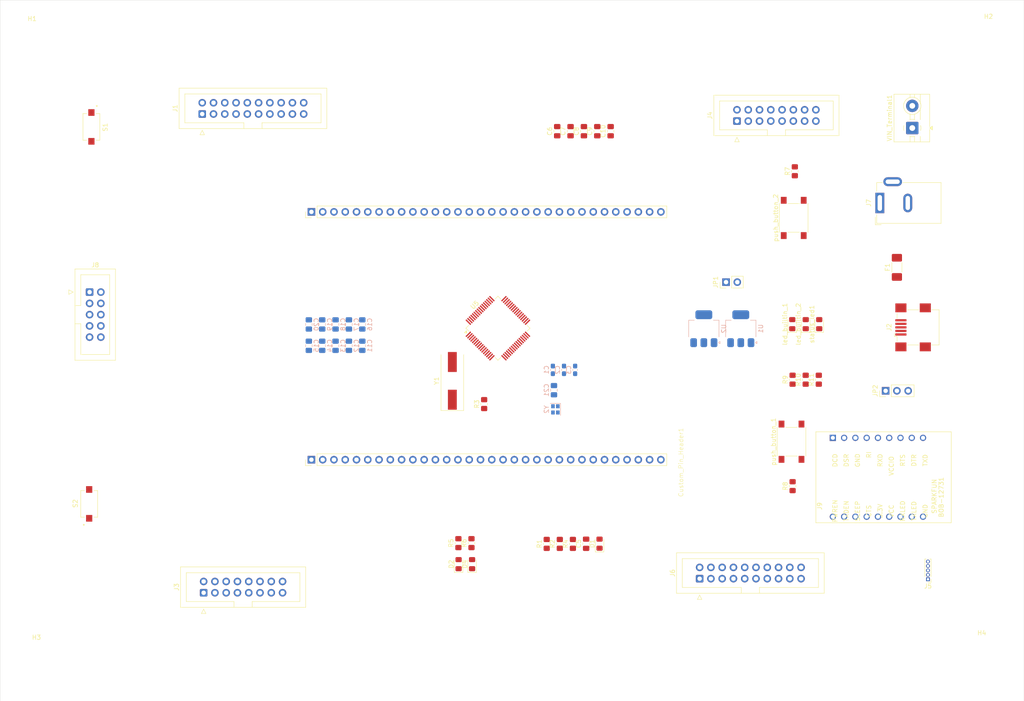
<source format=kicad_pcb>
(kicad_pcb (version 20240108) (generator "pcbnew") (generator_version "8.0")
  (layers (0 "F.Cu" signal) (31 "B.Cu" signal) (34 "B.Paste" user) (35 "F.Paste" user) (36 "B.SilkS" user "B.Silkscreen") (37 "F.SilkS" user "F.Silkscreen") (38 "B.Mask" user) (39 "F.Mask" user) (44 "Edge.Cuts" user))
  (net 0 "")
  (net 1 "Net-(C2-Pad2)")
  (net 2 "OSC32_IN")
  (net 3 "OSC_IN")
  (net 4 "OSC32_OUT")
  (net 5 "GND")
  (net 6 "OSC_OUT")
  (net 7 "NRST")
  (net 8 "Net-(U2-VI)")
  (net 9 "+5V")
  (net 10 "Vin")
  (net 11 "reg_5v")
  (net 12 "LED_1")
  (net 13 "I2C2_A_SDA")
  (net 14 "SPI1_B_MISO")
  (net 15 "SPI1_B_SCK")
  (net 16 "SPI1_A_MISO")
  (net 17 "+3.3V")
  (net 18 "PD6")
  (net 19 "PC3")
  (net 20 "PD9")
  (net 21 "USART2_B_TX")
  (net 22 "SPI1_A_MOSI")
  (net 23 "I2C1_A_SCL")
  (net 24 "SPI1_A_NSS")
  (net 25 "~PB11")
  (net 26 "SPI1_A_SCK")
  (net 27 "I2C2_A_SCL")
  (net 28 "SPI1_B_MOSI")
  (net 29 "USART2_A_RX")
  (net 30 "I2C1_A_SDA")
  (net 31 "USART2_B_RX")
  (net 32 "SPI1_B_NSS")
  (net 33 "USART2_A_TX")
  (net 34 "LED_2")
  (net 35 "USART3_B_RX")
  (net 36 "~PB2")
  (net 37 "~PA0")
  (net 38 "USART3_A_TX_BOOT")
  (net 39 "~PC5")
  (net 40 "PD5")
  (net 41 "I2C2_B_SCL")
  (net 42 "PC8")
  (net 43 "PD2")
  (net 44 "~PB12")
  (net 45 "~PB1")
  (net 46 "PC1")
  (net 47 "SPI2_B_NSS")
  (net 48 "USART3_B_TX")
  (net 49 "~PB0")
  (net 50 "PC9")
  (net 51 "~PC4")
  (net 53 "STATUS_LED")
  (net 54 "I2C2_B_SDA")
  (net 55 "PC7")
  (net 56 "PC6")
  (net 57 "USART3_A_RX_BOOT")
  (net 58 "PUSH_DEF_2")
  (net 59 "SPI2_B_MISO")
  (net 60 "PC0")
  (net 61 "~PA1")
  (net 62 "PA8")
  (net 63 "SPI2_B_MOSI")
  (net 64 "SPI2_B_SCK")
  (net 66 "PC2")
  (net 67 "PUSH_DEF_1")
  (net 68 "SWCLK{slash} BOOT0")
  (net 69 "SWDIO")
  (net 70 "Net-(D2-K)")
  (net 71 "Net-(VIN_Terminal1-Pin_1)")
  (net 75 "USB_5V")
  (net 90 "Net-(led_builtin_1-A)")
  (net 91 "Net-(led_builtin_2-A)")
  (net 92 "Net-(R4-Pad1)")
  (net 93 "Net-(status_led1-A)")
  (footprint "Resistor_SMD:R_0805_2012Metric_Pad1.20x1.40mm_HandSolder" (layer "F.Cu") (at 200.36875 52.59375 90)
    (property "Reference" "R7" (at 0 -1.65 90) (layer "F.SilkS"))
    (property "Value" "10k")
    (pad "1" smd roundrect (at -1 0 90) (size 1.2 1.4) (layers "F.Cu" "F.Paste" "F.Mask") (roundrect_rratio 0.208333) (net 17 "+3.3V"))
    (pad "2" smd roundrect (at 1 0 90) (size 1.2 1.4) (layers "F.Cu" "F.Paste" "F.Mask") (roundrect_rratio 0.208333) (net 58 "PUSH_DEF_2"))
  )
  (footprint "Package_QFP:LQFP-64_10x10mm_P0.5mm" (layer "F.Cu") (at 133.471179 87.984341 45)
    (property "Reference" "U5" (at 0 -7.4 45) (layer "F.SilkS"))
    (property "Value" "STM32G070RBTx")
    (pad "1" smd roundrect (at -5.675 -3.749999 45) (size 1.55 0.3) (layers "F.Cu" "F.Paste" "F.Mask") (net 57 "USART3_A_RX_BOOT"))
    (pad "2" smd roundrect (at -5.675 -3.25 45) (size 1.55 0.3) (layers "F.Cu" "F.Paste" "F.Mask") (net 58 "PUSH_DEF_2"))
    (pad "3" smd roundrect (at -5.675 -2.75 45) (size 1.55 0.3) (layers "F.Cu" "F.Paste" "F.Mask") (net 53 "STATUS_LED"))
    (pad "4" smd roundrect (at -5.675 -2.25 45) (size 1.55 0.3) (layers "F.Cu" "F.Paste" "F.Mask") (net 2 "OSC32_IN"))
    (pad "5" smd roundrect (at -5.675 -1.75 45) (size 1.55 0.3) (layers "F.Cu" "F.Paste" "F.Mask") (net 4 "OSC32_OUT"))
    (pad "6" smd roundrect (at -5.675 -1.249999 45) (size 1.55 0.3) (layers "F.Cu" "F.Paste" "F.Mask") (net 9 "+5V"))
    (pad "7" smd roundrect (at -5.675 -0.75 45) (size 1.55 0.3) (layers "F.Cu" "F.Paste" "F.Mask") (net 5 "GND"))
    (pad "8" smd roundrect (at -5.675 -0.25 45) (size 1.55 0.3) (layers "F.Cu" "F.Paste" "F.Mask") (net 17 "+3.3V"))
    (pad "9" smd roundrect (at -5.675 0.25 45) (size 1.55 0.3) (layers "F.Cu" "F.Paste" "F.Mask") (net 5 "GND"))
    (pad "10" smd roundrect (at -5.675 0.75 45) (size 1.55 0.3) (layers "F.Cu" "F.Paste" "F.Mask") (net 3 "OSC_IN"))
    (pad "11" smd roundrect (at -5.675 1.249999 45) (size 1.55 0.3) (layers "F.Cu" "F.Paste" "F.Mask") (net 6 "OSC_OUT"))
    (pad "12" smd roundrect (at -5.675 1.75 45) (size 1.55 0.3) (layers "F.Cu" "F.Paste" "F.Mask") (net 7 "NRST"))
    (pad "13" smd roundrect (at -5.675 2.25 45) (size 1.55 0.3) (layers "F.Cu" "F.Paste" "F.Mask") (net 60 "PC0"))
    (pad "14" smd roundrect (at -5.675 2.75 45) (size 1.55 0.3) (layers "F.Cu" "F.Paste" "F.Mask") (net 46 "PC1"))
    (pad "15" smd roundrect (at -5.675 3.25 45) (size 1.55 0.3) (layers "F.Cu" "F.Paste" "F.Mask") (net 66 "PC2"))
    (pad "16" smd roundrect (at -5.675 3.749999 45) (size 1.55 0.3) (layers "F.Cu" "F.Paste" "F.Mask") (net 19 "PC3"))
    (pad "17" smd roundrect (at -3.749999 5.675 45) (size 0.3 1.55) (layers "F.Cu" "F.Paste" "F.Mask") (net 37 "~PA0"))
    (pad "18" smd roundrect (at -3.25 5.675 45) (size 0.3 1.55) (layers "F.Cu" "F.Paste" "F.Mask") (net 61 "~PA1"))
    (pad "19" smd roundrect (at -2.75 5.675 45) (size 0.3 1.55) (layers "F.Cu" "F.Paste" "F.Mask") (net 21 "USART2_B_TX"))
    (pad "20" smd roundrect (at -2.25 5.675 45) (size 0.3 1.55) (layers "F.Cu" "F.Paste" "F.Mask") (net 31 "USART2_B_RX"))
    (pad "21" smd roundrect (at -1.75 5.675 45) (size 0.3 1.55) (layers "F.Cu" "F.Paste" "F.Mask") (net 24 "SPI1_A_NSS"))
    (pad "22" smd roundrect (at -1.249999 5.675 45) (size 0.3 1.55) (layers "F.Cu" "F.Paste" "F.Mask") (net 26 "SPI1_A_SCK"))
    (pad "23" smd roundrect (at -0.75 5.675 45) (size 0.3 1.55) (layers "F.Cu" "F.Paste" "F.Mask") (net 22 "SPI1_A_MOSI"))
    (pad "24" smd roundrect (at -0.25 5.675 45) (size 0.3 1.55) (layers "F.Cu" "F.Paste" "F.Mask") (net 16 "SPI1_A_MISO"))
    (pad "25" smd roundrect (at 0.25 5.675 45) (size 0.3 1.55) (layers "F.Cu" "F.Paste" "F.Mask") (net 51 "~PC4"))
    (pad "26" smd roundrect (at 0.75 5.675 45) (size 0.3 1.55) (layers "F.Cu" "F.Paste" "F.Mask") (net 39 "~PC5"))
    (pad "27" smd roundrect (at 1.249999 5.675 45) (size 0.3 1.55) (layers "F.Cu" "F.Paste" "F.Mask") (net 49 "~PB0"))
    (pad "28" smd roundrect (at 1.75 5.675 45) (size 0.3 1.55) (layers "F.Cu" "F.Paste" "F.Mask") (net 45 "~PB1"))
    (pad "29" smd roundrect (at 2.25 5.675 45) (size 0.3 1.55) (layers "F.Cu" "F.Paste" "F.Mask") (net 36 "~PB2"))
    (pad "30" smd roundrect (at 2.75 5.675 45) (size 0.3 1.55) (layers "F.Cu" "F.Paste" "F.Mask") (net 67 "PUSH_DEF_1"))
    (pad "31" smd roundrect (at 3.25 5.675 45) (size 0.3 1.55) (layers "F.Cu" "F.Paste" "F.Mask") (net 25 "~PB11"))
    (pad "32" smd roundrect (at 3.749999 5.675 45) (size 0.3 1.55) (layers "F.Cu" "F.Paste" "F.Mask") (net 44 "~PB12"))
    (pad "33" smd roundrect (at 5.675 3.749999 45) (size 1.55 0.3) (layers "F.Cu" "F.Paste" "F.Mask") (net 41 "I2C2_B_SCL"))
    (pad "34" smd roundrect (at 5.675 3.25 45) (size 1.55 0.3) (layers "F.Cu" "F.Paste" "F.Mask") (net 54 "I2C2_B_SDA"))
    (pad "35" smd roundrect (at 5.675 2.75 45) (size 1.55 0.3) (layers "F.Cu" "F.Paste" "F.Mask") (net 12 "LED_1"))
    (pad "36" smd roundrect (at 5.675 2.25 45) (size 1.55 0.3) (layers "F.Cu" "F.Paste" "F.Mask") (net 62 "PA8"))
    (pad "37" smd roundrect (at 5.675 1.75 45) (size 1.55 0.3) (layers "F.Cu" "F.Paste" "F.Mask") (net 33 "USART2_A_TX"))
    (pad "38" smd roundrect (at 5.675 1.249999 45) (size 1.55 0.3) (layers "F.Cu" "F.Paste" "F.Mask") (net 56 "PC6"))
    (pad "39" smd roundrect (at 5.675 0.75 45) (size 1.55 0.3) (layers "F.Cu" "F.Paste" "F.Mask") (net 55 "PC7"))
    (pad "40" smd roundrect (at 5.675 0.25 45) (size 1.55 0.3) (layers "F.Cu" "F.Paste" "F.Mask") (net 34 "LED_2"))
    (pad "41" smd roundrect (at 5.675 -0.25 45) (size 1.55 0.3) (layers "F.Cu" "F.Paste" "F.Mask") (net 20 "PD9"))
    (pad "42" smd roundrect (at 5.675 -0.75 45) (size 1.55 0.3) (layers "F.Cu" "F.Paste" "F.Mask") (net 29 "USART2_A_RX"))
    (pad "43" smd roundrect (at 5.675 -1.249999 45) (size 1.55 0.3) (layers "F.Cu" "F.Paste" "F.Mask") (net 27 "I2C2_A_SCL"))
    (pad "44" smd roundrect (at 5.675 -1.75 45) (size 1.55 0.3) (layers "F.Cu" "F.Paste" "F.Mask") (net 13 "I2C2_A_SDA"))
    (pad "45" smd roundrect (at 5.675 -2.25 45) (size 1.55 0.3) (layers "F.Cu" "F.Paste" "F.Mask") (net 69 "SWDIO"))
    (pad "46" smd roundrect (at 5.675 -2.75 45) (size 1.55 0.3) (layers "F.Cu" "F.Paste" "F.Mask") (net 68 "SWCLK{slash} BOOT0"))
    (pad "47" smd roundrect (at 5.675 -3.25 45) (size 1.55 0.3) (layers "F.Cu" "F.Paste" "F.Mask") (net 32 "SPI1_B_NSS"))
    (pad "48" smd roundrect (at 5.675 -3.749999 45) (size 1.55 0.3) (layers "F.Cu" "F.Paste" "F.Mask") (net 42 "PC8"))
    (pad "49" smd roundrect (at 3.749999 -5.675 45) (size 0.3 1.55) (layers "F.Cu" "F.Paste" "F.Mask") (net 50 "PC9"))
    (pad "50" smd roundrect (at 3.25 -5.675 45) (size 0.3 1.55) (layers "F.Cu" "F.Paste" "F.Mask") (net 47 "SPI2_B_NSS"))
    (pad "51" smd roundrect (at 2.75 -5.675 45) (size 0.3 1.55) (layers "F.Cu" "F.Paste" "F.Mask") (net 64 "SPI2_B_SCK"))
    (pad "52" smd roundrect (at 2.25 -5.675 45) (size 0.3 1.55) (layers "F.Cu" "F.Paste" "F.Mask") (net 43 "PD2"))
    (pad "53" smd roundrect (at 1.75 -5.675 45) (size 0.3 1.55) (layers "F.Cu" "F.Paste" "F.Mask") (net 59 "SPI2_B_MISO"))
    (pad "54" smd roundrect (at 1.249999 -5.675 45) (size 0.3 1.55) (layers "F.Cu" "F.Paste" "F.Mask") (net 63 "SPI2_B_MOSI"))
    (pad "55" smd roundrect (at 0.75 -5.675 45) (size 0.3 1.55) (layers "F.Cu" "F.Paste" "F.Mask") (net 40 "PD5"))
    (pad "56" smd roundrect (at 0.25 -5.675 45) (size 0.3 1.55) (layers "F.Cu" "F.Paste" "F.Mask") (net 18 "PD6"))
    (pad "57" smd roundrect (at -0.25 -5.675 45) (size 0.3 1.55) (layers "F.Cu" "F.Paste" "F.Mask") (net 15 "SPI1_B_SCK"))
    (pad "58" smd roundrect (at -0.75 -5.675 45) (size 0.3 1.55) (layers "F.Cu" "F.Paste" "F.Mask") (net 28 "SPI1_B_MOSI"))
    (pad "59" smd roundrect (at -1.249999 -5.675 45) (size 0.3 1.55) (layers "F.Cu" "F.Paste" "F.Mask") (net 14 "SPI1_B_MISO"))
    (pad "60" smd roundrect (at -1.75 -5.675 45) (size 0.3 1.55) (layers "F.Cu" "F.Paste" "F.Mask") (net 23 "I2C1_A_SCL"))
    (pad "61" smd roundrect (at -2.25 -5.675 45) (size 0.3 1.55) (layers "F.Cu" "F.Paste" "F.Mask") (net 30 "I2C1_A_SDA"))
    (pad "62" smd roundrect (at -2.75 -5.675 45) (size 0.3 1.55) (layers "F.Cu" "F.Paste" "F.Mask") (net 48 "USART3_B_TX"))
    (pad "63" smd roundrect (at -3.25 -5.675 45) (size 0.3 1.55) (layers "F.Cu" "F.Paste" "F.Mask") (net 35 "USART3_B_RX"))
    (pad "64" smd roundrect (at -3.749999 -5.675 45) (size 0.3 1.55) (layers "F.Cu" "F.Paste" "F.Mask") (net 38 "USART3_A_TX_BOOT"))
  )
  (footprint "LED_SMD:LED_0805_2012Metric_Pad1.15x1.40mm_HandSolder" (layer "F.Cu") (at 202.82875 87.06875 90)
    (property "Reference" "led_builtin_2" (at 0 -1.65 90) (layer "F.SilkS"))
    (property "Value" "LED")
    (pad "1" smd roundrect (at -1.025 0 90) (size 1.15 1.4) (layers "F.Cu" "F.Paste" "F.Mask") (roundrect_rratio 0.217391) (net 5 "GND"))
    (pad "2" smd roundrect (at 1.025 0 90) (size 1.15 1.4) (layers "F.Cu" "F.Paste" "F.Mask") (roundrect_rratio 0.217391) (net 91 "Net-(led_builtin_2-A)"))
  )
  (footprint "Capacitor_SMD:C_0805_2012Metric_Pad1.18x1.45mm_HandSolder" (layer "F.Cu") (at 158.86875 43.55625 90)
    (property "Reference" "C10" (at 0 -1.68 90) (layer "F.SilkS"))
    (property "Value" "1uF")
    (pad "1" smd roundrect (at -1.0375 0 90) (size 1.175 1.45) (layers "F.Cu" "F.Paste" "F.Mask") (roundrect_rratio 0.212766) (net 11 "reg_5v"))
    (pad "2" smd roundrect (at 1.0375 0 90) (size 1.175 1.45) (layers "F.Cu" "F.Paste" "F.Mask") (roundrect_rratio 0.212766) (net 5 "GND"))
  )
  (footprint "MountingHole:MountingHole_5.3mm_M5" (layer "F.Cu") (at 244 24)
    (property "Reference" "H2" (at 0 -6.3 0) (layer "F.SilkS"))
    (property "Value" "MountingHole")
    (pad "" np_thru_hole circle (at 0 0) (size 5.3 5.3) (drill 5.3) (layers "*.Cu" "*.Mask"))
  )
  (footprint "Capacitor_SMD:C_0805_2012Metric_Pad1.18x1.45mm_HandSolder" (layer "F.Cu") (at 153.34375 136.58375 90)
    (property "Reference" "C5" (at 0 -1.68 90) (layer "F.SilkS"))
    (property "Value" "0.01u")
    (pad "1" smd roundrect (at -1.0375 0 90) (size 1.175 1.45) (layers "F.Cu" "F.Paste" "F.Mask") (roundrect_rratio 0.212766) (net 7 "NRST"))
    (pad "2" smd roundrect (at 1.0375 0 90) (size 1.175 1.45) (layers "F.Cu" "F.Paste" "F.Mask") (roundrect_rratio 0.212766) (net 5 "GND"))
  )
  (footprint "Connector_IDC:IDC-Header_2x08_P2.54mm_Vertical" (layer "F.Cu") (at 67.16125 147.63375 90)
    (property "Reference" "J3" (at 1.27 -6.1 90) (layer "F.SilkS"))
    (property "Value" "Conn_02x08_Odd_Even")
    (pad "1" thru_hole roundrect (at 0 0 90) (size 1.7 1.7) (drill 1) (layers "*.Cu" "*.Mask") (roundrect_rratio 0.147059) (net 9 "+5V"))
    (pad "2" thru_hole circle (at 2.54 0 90) (size 1.7 1.7) (drill 1) (layers "*.Cu" "*.Mask") (net 15 "SPI1_B_SCK"))
    (pad "3" thru_hole circle (at 0 2.54 90) (size 1.7 1.7) (drill 1) (layers "*.Cu" "*.Mask") (net 9 "+5V"))
    (pad "4" thru_hole circle (at 2.54 2.54 90) (size 1.7 1.7) (drill 1) (layers "*.Cu" "*.Mask") (net 28 "SPI1_B_MOSI"))
    (pad "5" thru_hole circle (at 0 5.08 90) (size 1.7 1.7) (drill 1) (layers "*.Cu" "*.Mask") (net 45 "~PB1"))
    (pad "6" thru_hole circle (at 2.54 5.08 90) (size 1.7 1.7) (drill 1) (layers "*.Cu" "*.Mask") (net 14 "SPI1_B_MISO"))
    (pad "7" thru_hole circle (at 0 7.62 90) (size 1.7 1.7) (drill 1) (layers "*.Cu" "*.Mask") (net 49 "~PB0"))
    (pad "8" thru_hole circle (at 2.54 7.62 90) (size 1.7 1.7) (drill 1) (layers "*.Cu" "*.Mask") (net 32 "SPI1_B_NSS"))
    (pad "9" thru_hole circle (at 0 10.16 90) (size 1.7 1.7) (drill 1) (layers "*.Cu" "*.Mask") (net 56 "PC6"))
    (pad "10" thru_hole circle (at 2.54 10.16 90) (size 1.7 1.7) (drill 1) (layers "*.Cu" "*.Mask") (net 33 "USART2_A_TX"))
    (pad "11" thru_hole circle (at 0 12.7 90) (size 1.7 1.7) (drill 1) (layers "*.Cu" "*.Mask") (net 55 "PC7"))
    (pad "12" thru_hole circle (at 2.54 12.7 90) (size 1.7 1.7) (drill 1) (layers "*.Cu" "*.Mask") (net 29 "USART2_A_RX"))
    (pad "13" thru_hole circle (at 0 15.24 90) (size 1.7 1.7) (drill 1) (layers "*.Cu" "*.Mask") (net 5 "GND"))
    (pad "14" thru_hole circle (at 2.54 15.24 90) (size 1.7 1.7) (drill 1) (layers "*.Cu" "*.Mask") (net 27 "I2C2_A_SCL"))
    (pad "15" thru_hole circle (at 0 17.78 90) (size 1.7 1.7) (drill 1) (layers "*.Cu" "*.Mask") (net 5 "GND"))
    (pad "16" thru_hole circle (at 2.54 17.78 90) (size 1.7 1.7) (drill 1) (layers "*.Cu" "*.Mask") (net 13 "I2C2_A_SDA"))
  )
  (footprint "TerminalBlock:TerminalBlock_MaiXu_MX126-5.0-02P_1x02_P5.00mm" (layer "F.Cu") (at 226.83625 42.84375 90)
    (property "Reference" "VIN_Terminal1" (at 2.25 -5.12 90) (layer "F.SilkS"))
    (property "Value" "Screw_Terminal_01x02")
    (pad "1" thru_hole roundrect (at 0 0 90) (size 2.8 2.8) (drill 1.3) (layers "*.Cu" "*.Mask") (roundrect_rratio 0.089286) (net 71 "Net-(VIN_Terminal1-Pin_1)"))
    (pad "2" thru_hole circle (at 5 0 90) (size 2.8 2.8) (drill 1.3) (layers "*.Cu" "*.Mask") (net 5 "GND"))
  )
  (footprint "Resistor_SMD:R_0805_2012Metric_Pad1.20x1.40mm_HandSolder" (layer "F.Cu") (at 150.36375 136.61375 90)
    (property "Reference" "R4" (at 0 -1.65 90) (layer "F.SilkS"))
    (property "Value" "10k")
    (pad "1" smd roundrect (at -1 0 90) (size 1.2 1.4) (layers "F.Cu" "F.Paste" "F.Mask") (roundrect_rratio 0.208333) (net 92 "Net-(R4-Pad1)"))
    (pad "2" smd roundrect (at 1 0 90) (size 1.2 1.4) (layers "F.Cu" "F.Paste" "F.Mask") (roundrect_rratio 0.208333) (net 17 "+3.3V"))
  )
  (footprint "Resistor_SMD:R_0805_2012Metric_Pad1.20x1.40mm_HandSolder" (layer "F.Cu") (at 199.86875 99.59375 90)
    (property "Reference" "R9" (at 0 -1.65 90) (layer "F.SilkS"))
    (property "Value" "1k")
    (pad "1" smd roundrect (at -1 0 90) (size 1.2 1.4) (layers "F.Cu" "F.Paste" "F.Mask") (roundrect_rratio 0.208333) (net 12 "LED_1"))
    (pad "2" smd roundrect (at 1 0 90) (size 1.2 1.4) (layers "F.Cu" "F.Paste" "F.Mask") (roundrect_rratio 0.208333) (net 91 "Net-(led_builtin_2-A)"))
  )
  (footprint "TS10-63-26-BE-250-SMT-TR:SW_TS10-63-26-BE-250-SMT-TR" (layer "F.Cu") (at 41.36875 127.59375 90)
    (property "Reference" "S2" (at 0.075 -3.115 90) (layer "F.SilkS"))
    (property "Value" "TS10-63-26-BE-250-SMT-TR")
    (pad "1" smd rect (at -3.25 0 90) (size 1.5 1.4) (layers "F.Cu" "F.Paste" "F.Mask") (net 5 "GND"))
    (pad "2" smd rect (at 3.25 0 90) (size 1.5 1.4) (layers "F.Cu" "F.Paste" "F.Mask") (net 7 "NRST"))
  )
  (footprint "Resistor_SMD:R_0805_2012Metric_Pad1.20x1.40mm_HandSolder" (layer "F.Cu") (at 130.36875 105.09375 90)
    (property "Reference" "R3" (at 0 -1.65 90) (layer "F.SilkS"))
    (property "Value" "1K")
    (pad "1" smd roundrect (at -1 0 90) (size 1.2 1.4) (layers "F.Cu" "F.Paste" "F.Mask") (roundrect_rratio 0.208333) (net 6 "OSC_OUT"))
    (pad "2" smd roundrect (at 1 0 90) (size 1.2 1.4) (layers "F.Cu" "F.Paste" "F.Mask") (roundrect_rratio 0.208333) (net 1 "Net-(C2-Pad2)"))
  )
  (footprint "Capacitor_SMD:C_0805_2012Metric_Pad1.18x1.45mm_HandSolder" (layer "F.Cu") (at 146.82875 43.55625 90)
    (property "Reference" "C6" (at 0 -1.68 90) (layer "F.SilkS"))
    (property "Value" "10uF, 25V")
    (pad "1" smd roundrect (at -1.0375 0 90) (size 1.175 1.45) (layers "F.Cu" "F.Paste" "F.Mask") (roundrect_rratio 0.212766) (net 8 "Net-(U2-VI)"))
    (pad "2" smd roundrect (at 1.0375 0 90) (size 1.175 1.45) (layers "F.Cu" "F.Paste" "F.Mask") (roundrect_rratio 0.212766) (net 5 "GND"))
  )
  (footprint "Capacitor_SMD:C_0805_2012Metric_Pad1.18x1.45mm_HandSolder" (layer "F.Cu") (at 155.85875 43.55625 90)
    (property "Reference" "C9" (at 0 -1.68 90) (layer "F.SilkS"))
    (property "Value" "10uF, 25V")
    (pad "1" smd roundrect (at -1.0375 0 90) (size 1.175 1.45) (layers "F.Cu" "F.Paste" "F.Mask") (roundrect_rratio 0.212766) (net 10 "Vin"))
    (pad "2" smd roundrect (at 1.0375 0 90) (size 1.175 1.45) (layers "F.Cu" "F.Paste" "F.Mask") (roundrect_rratio 0.212766) (net 5 "GND"))
  )
  (footprint "LED_SMD:LED_0805_2012Metric_Pad1.15x1.40mm_HandSolder" (layer "F.Cu") (at 199.78875 87.06875 90)
    (property "Reference" "led_builtin_1" (at 0 -1.65 90) (layer "F.SilkS"))
    (property "Value" "LED")
    (pad "1" smd roundrect (at -1.025 0 90) (size 1.15 1.4) (layers "F.Cu" "F.Paste" "F.Mask") (roundrect_rratio 0.217391) (net 5 "GND"))
    (pad "2" smd roundrect (at 1.025 0 90) (size 1.15 1.4) (layers "F.Cu" "F.Paste" "F.Mask") (roundrect_rratio 0.217391) (net 90 "Net-(led_builtin_1-A)"))
  )
  (footprint "Capacitor_SMD:C_0805_2012Metric_Pad1.18x1.45mm_HandSolder" (layer "F.Cu") (at 149.83875 43.55625 90)
    (property "Reference" "C7" (at 0 -1.68 90) (layer "F.SilkS"))
    (property "Value" "1uF")
    (pad "1" smd roundrect (at -1.0375 0 90) (size 1.175 1.45) (layers "F.Cu" "F.Paste" "F.Mask") (roundrect_rratio 0.212766) (net 8 "Net-(U2-VI)"))
    (pad "2" smd roundrect (at 1.0375 0 90) (size 1.175 1.45) (layers "F.Cu" "F.Paste" "F.Mask") (roundrect_rratio 0.212766) (net 5 "GND"))
  )
  (footprint "Connector_IDC:IDC-Header_2x10_P2.54mm_Vertical" (layer "F.Cu") (at 178.92125 144.45875 90)
    (property "Reference" "J6" (at 1.27 -6.1 90) (layer "F.SilkS"))
    (property "Value" "Conn_02x10_Odd_Even")
    (pad "1" thru_hole roundrect (at 0 0 90) (size 1.7 1.7) (drill 1) (layers "*.Cu" "*.Mask") (roundrect_rratio 0.147059) (net 9 "+5V"))
    (pad "2" thru_hole circle (at 2.54 0 90) (size 1.7 1.7) (drill 1) (layers "*.Cu" "*.Mask") (net 26 "SPI1_A_SCK"))
    (pad "3" thru_hole circle (at 0 2.54 90) (size 1.7 1.7) (drill 1) (layers "*.Cu" "*.Mask") (net 5 "GND"))
    (pad "4" thru_hole circle (at 2.54 2.54 90) (size 1.7 1.7) (drill 1) (layers "*.Cu" "*.Mask") (net 22 "SPI1_A_MOSI"))
    (pad "5" thru_hole circle (at 0 5.08 90) (size 1.7 1.7) (drill 1) (layers "*.Cu" "*.Mask") (net 51 "~PC4"))
    (pad "6" thru_hole circle (at 2.54 5.08 90) (size 1.7 1.7) (drill 1) (layers "*.Cu" "*.Mask") (net 16 "SPI1_A_MISO"))
    (pad "7" thru_hole circle (at 0 7.62 90) (size 1.7 1.7) (drill 1) (layers "*.Cu" "*.Mask") (net 39 "~PC5"))
    (pad "8" thru_hole circle (at 2.54 7.62 90) (size 1.7 1.7) (drill 1) (layers "*.Cu" "*.Mask") (net 24 "SPI1_A_NSS"))
    (pad "9" thru_hole circle (at 0 10.16 90) (size 1.7 1.7) (drill 1) (layers "*.Cu" "*.Mask") (net 60 "PC0"))
    (pad "10" thru_hole circle (at 2.54 10.16 90) (size 1.7 1.7) (drill 1) (layers "*.Cu" "*.Mask") (net 21 "USART2_B_TX"))
    (pad "11" thru_hole circle (at 0 12.7 90) (size 1.7 1.7) (drill 1) (layers "*.Cu" "*.Mask") (net 46 "PC1"))
    (pad "12" thru_hole circle (at 2.54 12.7 90) (size 1.7 1.7) (drill 1) (layers "*.Cu" "*.Mask") (net 31 "USART2_B_RX"))
    (pad "13" thru_hole circle (at 0 15.24 90) (size 1.7 1.7) (drill 1) (layers "*.Cu" "*.Mask") (net 17 "+3.3V"))
    (pad "14" thru_hole circle (at 2.54 15.24 90) (size 1.7 1.7) (drill 1) (layers "*.Cu" "*.Mask") (net 41 "I2C2_B_SCL"))
    (pad "15" thru_hole circle (at 0 17.78 90) (size 1.7 1.7) (drill 1) (layers "*.Cu" "*.Mask") (net 17 "+3.3V"))
    (pad "16" thru_hole circle (at 2.54 17.78 90) (size 1.7 1.7) (drill 1) (layers "*.Cu" "*.Mask") (net 54 "I2C2_B_SDA"))
    (pad "17" thru_hole circle (at 0 20.32 90) (size 1.7 1.7) (drill 1) (layers "*.Cu" "*.Mask") (net 5 "GND"))
    (pad "18" thru_hole circle (at 2.54 20.32 90) (size 1.7 1.7) (drill 1) (layers "*.Cu" "*.Mask") (net 10 "Vin"))
    (pad "19" thru_hole circle (at 0 22.86 90) (size 1.7 1.7) (drill 1) (layers "*.Cu" "*.Mask") (net 5 "GND"))
    (pad "20" thru_hole circle (at 2.54 22.86 90) (size 1.7 1.7) (drill 1) (layers "*.Cu" "*.Mask") (net 5 "GND"))
  )
  (footprint "Resistor_SMD:R_0805_2012Metric_Pad1.20x1.40mm_HandSolder" (layer "F.Cu") (at 127.51375 136.44375 90)
    (property "Reference" "R6" (at 0 -1.65 90) (layer "F.SilkS"))
    (property "Value" "0")
    (pad "1" smd roundrect (at -1 0 90) (size 1.2 1.4) (layers "F.Cu" "F.Paste" "F.Mask") (roundrect_rratio 0.208333) (net 8 "Net-(U2-VI)"))
    (pad "2" smd roundrect (at 1 0 90) (size 1.2 1.4) (layers "F.Cu" "F.Paste" "F.Mask") (roundrect_rratio 0.208333) (net 17 "+3.3V"))
  )
  (footprint "Resistor_SMD:R_0805_2012Metric_Pad1.20x1.40mm_HandSolder" (layer "F.Cu") (at 202.81875 99.59375 90)
    (property "Reference" "R10" (at 0 -1.65 90) (layer "F.SilkS"))
    (property "Value" "1k")
    (pad "1" smd roundrect (at -1 0 90) (size 1.2 1.4) (layers "F.Cu" "F.Paste" "F.Mask") (roundrect_rratio 0.208333) (net 34 "LED_2"))
    (pad "2" smd roundrect (at 1 0 90) (size 1.2 1.4) (layers "F.Cu" "F.Paste" "F.Mask") (roundrect_rratio 0.208333) (net 90 "Net-(led_builtin_1-A)"))
  )
  (footprint "LED_SMD:LED_0805_2012Metric_Pad1.15x1.40mm_HandSolder" (layer "F.Cu") (at 205.86875 87.06875 90)
    (property "Reference" "status_led1" (at 0 -1.65 90) (layer "F.SilkS"))
    (property "Value" "LED")
    (pad "1" smd roundrect (at -1.025 0 90) (size 1.15 1.4) (layers "F.Cu" "F.Paste" "F.Mask") (roundrect_rratio 0.217391) (net 5 "GND"))
    (pad "2" smd roundrect (at 1.025 0 90) (size 1.15 1.4) (layers "F.Cu" "F.Paste" "F.Mask") (roundrect_rratio 0.217391) (net 93 "Net-(status_led1-A)"))
  )
  (footprint "Connector_IDC:IDC-Header_2x05_P2.54mm_Vertical" (layer "F.Cu") (at 41.46 79.84)
    (property "Reference" "J8" (at 1.27 -6.1 0) (layer "F.SilkS"))
    (property "Value" "Conn_02x05_Odd_Even")
    (pad "1" thru_hole roundrect (at 0 0) (size 1.7 1.7) (drill 1) (layers "*.Cu" "*.Mask") (roundrect_rratio 0.147059) (net 7 "NRST"))
    (pad "2" thru_hole circle (at 2.54 0) (size 1.7 1.7) (drill 1) (layers "*.Cu" "*.Mask") (net 69 "SWDIO"))
    (pad "3" thru_hole circle (at 0 2.54) (size 1.7 1.7) (drill 1) (layers "*.Cu" "*.Mask") (net 5 "GND"))
    (pad "4" thru_hole circle (at 2.54 2.54) (size 1.7 1.7) (drill 1) (layers "*.Cu" "*.Mask") (net 5 "GND"))
    (pad "5" thru_hole circle (at 0 5.08) (size 1.7 1.7) (drill 1) (layers "*.Cu" "*.Mask"))
    (pad "6" thru_hole circle (at 2.54 5.08) (size 1.7 1.7) (drill 1) (layers "*.Cu" "*.Mask") (net 68 "SWCLK{slash} BOOT0"))
    (pad "7" thru_hole circle (at 0 7.62) (size 1.7 1.7) (drill 1) (layers "*.Cu" "*.Mask") (net 17 "+3.3V"))
    (pad "8" thru_hole circle (at 2.54 7.62) (size 1.7 1.7) (drill 1) (layers "*.Cu" "*.Mask") (net 17 "+3.3V"))
    (pad "9" thru_hole circle (at 0 10.16) (size 1.7 1.7) (drill 1) (layers "*.Cu" "*.Mask") (net 11 "reg_5v"))
    (pad "10" thru_hole circle (at 2.54 10.16) (size 1.7 1.7) (drill 1) (layers "*.Cu" "*.Mask") (net 11 "reg_5v"))
  )
  (footprint "Resistor_SMD:R_0805_2012Metric_Pad1.20x1.40mm_HandSolder" (layer "F.Cu") (at 205.76875 99.59375 90)
    (property "Reference" "R11" (at 0 -1.65 90) (layer "F.SilkS"))
    (property "Value" "1k")
    (pad "1" smd roundrect (at -1 0 90) (size 1.2 1.4) (layers "F.Cu" "F.Paste" "F.Mask") (roundrect_rratio 0.208333) (net 53 "STATUS_LED"))
    (pad "2" smd roundrect (at 1 0 90) (size 1.2 1.4) (layers "F.Cu" "F.Paste" "F.Mask") (roundrect_rratio 0.208333) (net 93 "Net-(status_led1-A)"))
  )
  (footprint "Button_Switch_SMD:SW_SPST_PTS645" (layer "F.Cu") (at 200.11875 63.11375 90)
    (property "Reference" "push_button_2" (at 0 -4.05 90) (layer "F.SilkS"))
    (property "Value" "SW_Push")
    (pad "1" smd rect (at -3.98 -2.25 90) (size 1.55 1.3) (layers "F.Cu" "F.Paste" "F.Mask") (net 58 "PUSH_DEF_2"))
    (pad "1" smd rect (at 3.98 -2.25 90) (size 1.55 1.3) (layers "F.Cu" "F.Paste" "F.Mask") (net 58 "PUSH_DEF_2"))
    (pad "2" smd rect (at -3.98 2.25 90) (size 1.55 1.3) (layers "F.Cu" "F.Paste" "F.Mask") (net 5 "GND"))
    (pad "2" smd rect (at 3.98 2.25 90) (size 1.55 1.3) (layers "F.Cu" "F.Paste" "F.Mask") (net 5 "GND"))
  )
  (footprint "64_pins_header:64_pin_header" (layer "F.Cu") (at 131.052 89.2108 90)
    (property "Reference" "Custom_Pin_Header1" (at -29.0288 43.6564 90) (layer "F.SilkS") (effects (font (thickness 0.1))))
    (property "Value" "~")
    (pad "1" thru_hole rect (at -28.4192 -39.607 90) (size 1.7 1.7) (drill 1) (layers "*.Cu" "*.Mask") (net 57 "USART3_A_RX_BOOT"))
    (pad "2" thru_hole oval (at -28.4192 -37.067 90) (size 1.7 1.7) (drill 1) (layers "*.Cu" "*.Mask") (net 58 "PUSH_DEF_2"))
    (pad "3" thru_hole oval (at -28.4192 -34.527 90) (size 1.7 1.7) (drill 1) (layers "*.Cu" "*.Mask") (net 53 "STATUS_LED"))
    (pad "4" thru_hole oval (at -28.4192 -31.987 90) (size 1.7 1.7) (drill 1) (layers "*.Cu" "*.Mask") (net 2 "OSC32_IN"))
    (pad "5" thru_hole oval (at -28.4192 -29.447 90) (size 1.7 1.7) (drill 1) (layers "*.Cu" "*.Mask") (net 4 "OSC32_OUT"))
    (pad "6" thru_hole oval (at -28.4192 -26.907 90) (size 1.7 1.7) (drill 1) (layers "*.Cu" "*.Mask") (net 9 "+5V"))
    (pad "7" thru_hole oval (at -28.4192 -24.367 90) (size 1.7 1.7) (drill 1) (layers "*.Cu" "*.Mask") (net 5 "GND"))
    (pad "8" thru_hole oval (at -28.4192 -21.827 90) (size 1.7 1.7) (drill 1) (layers "*.Cu" "*.Mask") (net 17 "+3.3V"))
    (pad "9" thru_hole oval (at -28.4192 -19.287 90) (size 1.7 1.7) (drill 1) (layers "*.Cu" "*.Mask") (net 5 "GND"))
    (pad "10" thru_hole oval (at -28.4192 -16.747 90) (size 1.7 1.7) (drill 1) (layers "*.Cu" "*.Mask"))
    (pad "11" thru_hole oval (at -28.4192 -14.207 90) (size 1.7 1.7) (drill 1) (layers "*.Cu" "*.Mask"))
    (pad "12" thru_hole oval (at -28.4192 -11.667 90) (size 1.7 1.7) (drill 1) (layers "*.Cu" "*.Mask") (net 7 "NRST"))
    (pad "13" thru_hole oval (at -28.4192 -9.127 90) (size 1.7 1.7) (drill 1) (layers "*.Cu" "*.Mask") (net 60 "PC0"))
    (pad "14" thru_hole oval (at -28.4192 -6.587 90) (size 1.7 1.7) (drill 1) (layers "*.Cu" "*.Mask") (net 46 "PC1"))
    (pad "15" thru_hole oval (at -28.4192 -4.047 90) (size 1.7 1.7) (drill 1) (layers "*.Cu" "*.Mask") (net 66 "PC2"))
    (pad "16" thru_hole oval (at -28.4192 -1.507 90) (size 1.7 1.7) (drill 1) (layers "*.Cu" "*.Mask") (net 19 "PC3"))
    (pad "17" thru_hole oval (at -28.4192 1.033 90) (size 1.7 1.7) (drill 1) (layers "*.Cu" "*.Mask") (net 37 "~PA0"))
    (pad "18" thru_hole oval (at -28.4192 3.573 90) (size 1.7 1.7) (drill 1) (layers "*.Cu" "*.Mask") (net 61 "~PA1"))
    (pad "19" thru_hole oval (at -28.4192 6.113 90) (size 1.7 1.7) (drill 1) (layers "*.Cu" "*.Mask") (net 21 "USART2_B_TX"))
    (pad "20" thru_hole oval (at -28.4192 8.653 90) (size 1.7 1.7) (drill 1) (layers "*.Cu" "*.Mask") (net 31 "USART2_B_RX"))
    (pad "21" thru_hole oval (at -28.4192 11.193 90) (size 1.7 1.7) (drill 1) (layers "*.Cu" "*.Mask") (net 24 "SPI1_A_NSS"))
    (pad "22" thru_hole oval (at -28.4192 13.733 90) (size 1.7 1.7) (drill 1) (layers "*.Cu" "*.Mask") (net 26 "SPI1_A_SCK"))
    (pad "23" thru_hole oval (at -28.4192 16.273 90) (size 1.7 1.7) (drill 1) (layers "*.Cu" "*.Mask") (net 22 "SPI1_A_MOSI"))
    (pad "24" thru_hole oval (at -28.4192 18.813 90) (size 1.7 1.7) (drill 1) (layers "*.Cu" "*.Mask") (net 16 "SPI1_A_MISO"))
    (pad "25" thru_hole oval (at -28.4192 21.353 90) (size 1.7 1.7) (drill 1) (layers "*.Cu" "*.Mask") (net 51 "~PC4"))
    (pad "26" thru_hole oval (at -28.4192 23.893 90) (size 1.7 1.7) (drill 1) (layers "*.Cu" "*.Mask") (net 39 "~PC5"))
    (pad "27" thru_hole oval (at -28.4192 26.433 90) (size 1.7 1.7) (drill 1) (layers "*.Cu" "*.Mask") (net 49 "~PB0"))
    (pad "28" thru_hole oval (at -28.4192 28.973 90) (size 1.7 1.7) (drill 1) (layers "*.Cu" "*.Mask") (net 45 "~PB1"))
    (pad "29" thru_hole oval (at -28.4192 31.513 90) (size 1.7 1.7) (drill 1) (layers "*.Cu" "*.Mask") (net 36 "~PB2"))
    (pad "30" thru_hole oval (at -28.4192 34.053 90) (size 1.7 1.7) (drill 1) (layers "*.Cu" "*.Mask") (net 67 "PUSH_DEF_1"))
    (pad "31" thru_hole oval (at -28.4192 36.593 90) (size 1.7 1.7) (drill 1) (layers "*.Cu" "*.Mask") (net 25 "~PB11"))
    (pad "32" thru_hole oval (at -28.4192 39.133 90) (size 1.7 1.7) (drill 1) (layers "*.Cu" "*.Mask") (net 44 "~PB12"))
    (pad "33" thru_hole oval (at 27.4608 39.138 90) (size 1.7 1.7) (drill 1) (layers "*.Cu" "*.Mask") (net 41 "I2C2_B_SCL"))
    (pad "34" thru_hole oval (at 27.4608 36.598 90) (size 1.7 1.7) (drill 1) (layers "*.Cu" "*.Mask") (net 54 "I2C2_B_SDA"))
    (pad "35" thru_hole oval (at 27.4608 34.058 90) (size 1.7 1.7) (drill 1) (layers "*.Cu" "*.Mask") (net 12 "LED_1"))
    (pad "36" thru_hole oval (at 27.4608 31.518 90) (size 1.7 1.7) (drill 1) (layers "*.Cu" "*.Mask") (net 62 "PA8"))
    (pad "37" thru_hole oval (at 27.4608 28.978 90) (size 1.7 1.7) (drill 1) (layers "*.Cu" "*.Mask") (net 33 "USART2_A_TX"))
    (pad "38" thru_hole oval (at 27.4608 26.438 90) (size 1.7 1.7) (drill 1) (layers "*.Cu" "*.Mask") (net 55 "PC7"))
    (pad "39" thru_hole oval (at 27.4608 23.898 90) (size 1.7 1.7) (drill 1) (layers "*.Cu" "*.Mask") (net 56 "PC6"))
    (pad "40" thru_hole oval (at 27.4608 21.358 90) (size 1.7 1.7) (drill 1) (layers "*.Cu" "*.Mask") (net 34 "LED_2"))
    (pad "41" thru_hole oval (at 27.4608 18.818 90) (size 1.7 1.7) (drill 1) (layers "*.Cu" "*.Mask") (net 20 "PD9"))
    (pad "42" thru_hole oval (at 27.4608 16.278 90) (size 1.7 1.7) (drill 1) (layers "*.Cu" "*.Mask") (net 29 "USART2_A_RX"))
    (pad "43" thru_hole oval (at 27.4608 13.738 90) (size 1.7 1.7) (drill 1) (layers "*.Cu" "*.Mask") (net 27 "I2C2_A_SCL"))
    (pad "44" thru_hole oval (at 27.4608 11.198 90) (size 1.7 1.7) (drill 1) (layers "*.Cu" "*.Mask") (net 13 "I2C2_A_SDA"))
    (pad "45" thru_hole oval (at 27.4608 8.658 90) (size 1.7 1.7) (drill 1) (layers "*.Cu" "*.Mask") (net 69 "SWDIO"))
    (pad "46" thru_hole oval (at 27.4608 6.118 90) (size 1.7 1.7) (drill 1) (layers "*.Cu" "*.Mask") (net 68 "SWCLK{slash} BOOT0"))
    (pad "47" thru_hole oval (at 27.4608 3.578 90) (size 1.7 1.7) (drill 1) (layers "*.Cu" "*.Mask") (net 32 "SPI1_B_NSS"))
    (pad "48" thru_hole oval (at 27.4608 1.038 90) (size 1.7 1.7) (drill 1) (layers "*.Cu" "*.Mask") (net 50 "PC9"))
    (pad "49" thru_hole oval (at 27.4608 -1.502 90) (size 1.7 1.7) (drill 1) (layers "*.Cu" "*.Mask") (net 42 "PC8"))
    (pad "50" thru_hole oval (at 27.4608 -4.042 90) (size 1.7 1.7) (drill 1) (layers "*.Cu" "*.Mask") (net 47 "SPI2_B_NSS"))
    (pad "51" thru_hole oval (at 27.4608 -6.582 90) (size 1.7 1.7) (drill 1) (layers "*.Cu" "*.Mask") (net 64 "SPI2_B_SCK"))
    (pad "52" thru_hole oval (at 27.4608 -9.122 90) (size 1.7 1.7) (drill 1) (layers "*.Cu" "*.Mask") (net 18 "PD6"))
    (pad "53" thru_hole oval (at 27.4608 -11.662 90) (size 1.7 1.7) (drill 1) (layers "*.Cu" "*.Mask") (net 40 "PD5"))
    (pad "54" thru_hole oval (at 27.4608 -14.202 90) (size 1.7 1.7) (drill 1) (layers "*.Cu" "*.Mask") (net 63 "SPI2_B_MOSI"))
    (pad "55" thru_hole oval (at 27.4608 -16.742 90) (size 1.7 1.7) (drill 1) (layers "*.Cu" "*.Mask") (net 59 "SPI2_B_MISO"))
    (pad "56" thru_hole oval (at 27.4608 -19.282 90) (size 1.7 1.7) (drill 1) (layers "*.Cu" "*.Mask") (net 43 "PD2"))
    (pad "57" thru_hole oval (at 27.4608 -21.822 90) (size 1.7 1.7) (drill 1) (layers "*.Cu" "*.Mask") (net 15 "SPI1_B_SCK"))
    (pad "58" thru_hole oval (at 27.4608 -24.362 90) (size 1.7 1.7) (drill 1) (layers "*.Cu" "*.Mask") (net 28 "SPI1_B_MOSI"))
    (pad "59" thru_hole oval (at 27.4608 -26.902 90) (size 1.7 1.7) (drill 1) (layers "*.Cu" "*.Mask") (net 14 "SPI1_B_MISO"))
    (pad "60" thru_hole oval (at 27.4608 -29.442 90) (size 1.7 1.7) (drill 1) (layers "*.Cu" "*.Mask") (net 23 "I2C1_A_SCL"))
    (pad "61" thru_hole oval (at 27.4608 -31.982 90) (size 1.7 1.7) (drill 1) (layers "*.Cu" "*.Mask") (net 30 "I2C1_A_SDA"))
    (pad "62" thru_hole oval (at 27.4608 -34.522 90) (size 1.7 1.7) (drill 1) (layers "*.Cu" "*.Mask") (net 48 "USART3_B_TX"))
    (pad "63" thru_hole oval (at 27.4608 -37.062 90) (size 1.7 1.7) (drill 1) (layers "*.Cu" "*.Mask") (net 35 "USART3_B_RX"))
    (pad "64" thru_hole rect (at 27.4608 -39.602 90) (size 1.7 1.7) (drill 1) (layers "*.Cu" "*.Mask") (net 38 "USART3_A_TX_BOOT"))
  )
  (footprint "Connector_PinHeader_1.00mm:PinHeader_1x05_P1.00mm_Vertical" (layer "F.Cu") (at 230.36875 144.59375 180)
    (property "Reference" "J5" (at 0 -1.56 0) (layer "F.SilkS"))
    (property "Value" "Conn_01x05_Pin")
    (pad "1" thru_hole rect (at 0 0 180) (size 0.85 0.85) (drill 0.5) (layers "*.Cu" "*.Mask") (net 17 "+3.3V"))
    (pad "2" thru_hole oval (at 0 1 180) (size 0.85 0.85) (drill 0.5) (layers "*.Cu" "*.Mask") (net 38 "USART3_A_TX_BOOT"))
    (pad "3" thru_hole oval (at 0 2 180) (size 0.85 0.85) (drill 0.5) (layers "*.Cu" "*.Mask") (net 57 "USART3_A_RX_BOOT"))
    (pad "4" thru_hole oval (at 0 3 180) (size 0.85 0.85) (drill 0.5) (layers "*.Cu" "*.Mask") (net 5 "GND"))
    (pad "5" thru_hole oval (at 0 4 180) (size 0.85 0.85) (drill 0.5) (layers "*.Cu" "*.Mask") (net 11 "reg_5v"))
  )
  (footprint "Diode_SMD:D_0805_2012Metric_Pad1.15x1.40mm_HandSolder" (layer "F.Cu") (at 127.64875 141.18875 90)
    (property "Reference" "D4" (at 0 -1.65 90) (layer "F.SilkS"))
    (property "Value" "D")
    (pad "1" smd roundrect (at -1.025 0 90) (size 1.15 1.4) (layers "F.Cu" "F.Paste" "F.Mask") (roundrect_rratio 0.217391) (net 10 "Vin"))
    (pad "2" smd roundrect (at 1.025 0 90) (size 1.15 1.4) (layers "F.Cu" "F.Paste" "F.Mask") (roundrect_rratio 0.217391) (net 5 "GND"))
  )
  (footprint "LED_SMD:LED_0805_2012Metric_Pad1.15x1.40mm_HandSolder" (layer "F.Cu") (at 124.60875 141.18875 90)
    (property "Reference" "D2" (at 0 -1.65 90) (layer "F.SilkS"))
    (property "Value" "PWR_LED")
    (pad "1" smd roundrect (at -1.025 0 90) (size 1.15 1.4) (layers "F.Cu" "F.Paste" "F.Mask") (roundrect_rratio 0.217391) (net 70 "Net-(D2-K)"))
    (pad "2" smd roundrect (at 1.025 0 90) (size 1.15 1.4) (layers "F.Cu" "F.Paste" "F.Mask") (roundrect_rratio 0.217391) (net 5 "GND"))
  )
  (footprint "Connector_PinHeader_2.54mm:PinHeader_1x02_P2.54mm_Vertical" (layer "F.Cu") (at 184.86875 77.59375 90)
    (property "Reference" "JP1" (at 0 -2.33 90) (layer "F.SilkS"))
    (property "Value" "Bypass")
    (pad "1" thru_hole rect (at 0 0 90) (size 1.7 1.7) (drill 1) (layers "*.Cu" "*.Mask") (net 9 "+5V"))
    (pad "2" thru_hole oval (at 0 2.54 90) (size 1.7 1.7) (drill 1) (layers "*.Cu" "*.Mask") (net 10 "Vin"))
  )
  (footprint "Resistor_SMD:R_0805_2012Metric_Pad1.20x1.40mm_HandSolder" (layer "F.Cu") (at 147.41375 136.61375 90)
    (property "Reference" "R2" (at 0 -1.65 90) (layer "F.SilkS"))
    (property "Value" "100K")
    (pad "1" smd roundrect (at -1 0 90) (size 1.2 1.4) (layers "F.Cu" "F.Paste" "F.Mask") (roundrect_rratio 0.208333) (net 68 "SWCLK{slash} BOOT0"))
    (pad "2" smd roundrect (at 1 0 90) (size 1.2 1.4) (layers "F.Cu" "F.Paste" "F.Mask") (roundrect_rratio 0.208333) (net 5 "GND"))
  )
  (footprint "Connector_BarrelJack:BarrelJack_GCT_DCJ200-10-A_Horizontal" (layer "F.Cu") (at 219.51875 59.74375 90)
    (property "Reference" "J7" (at 0 -2.5 90) (layer "F.SilkS"))
    (property "Value" "Barrel_Jack_Switch")
    (pad "1" thru_hole rect (at 0 0 90) (size 4.6 2) (drill oval 3.6 1) (layers "*.Cu" "*.Mask") (net 5 "GND"))
    (pad "2" thru_hole oval (at 0 6.3 90) (size 4.2 2) (drill oval 3.2 1) (layers "*.Cu" "*.Mask") (net 71 "Net-(VIN_Terminal1-Pin_1)"))
    (pad "3" thru_hole oval (at 4.8 2.9 90) (size 2 4.2) (drill oval 1 3.2) (layers "*.Cu" "*.Mask") (net 5 "GND"))
  )
  (footprint "Capacitor_SMD:C_0805_2012Metric_Pad1.18x1.45mm_HandSolder" (layer "F.Cu") (at 152.84875 43.55625 90)
    (property "Reference" "C8" (at 0 -1.68 90) (layer "F.SilkS"))
    (property "Value" "10uF, 25V")
    (pad "1" smd roundrect (at -1.0375 0 90) (size 1.175 1.45) (layers "F.Cu" "F.Paste" "F.Mask") (roundrect_rratio 0.212766) (net 9 "+5V"))
    (pad "2" smd roundrect (at 1.0375 0 90) (size 1.175 1.45) (layers "F.Cu" "F.Paste" "F.Mask") (roundrect_rratio 0.212766) (net 5 "GND"))
  )
  (footprint "Connector_IDC:IDC-Header_2x10_P2.54mm_Vertical" (layer "F.Cu") (at 66.84375 39.68375 90)
    (property "Reference" "J1" (at 1.27 -6.1 90) (layer "F.SilkS"))
    (property "Value" "Conn_02x10_Odd_Even")
    (pad "1" thru_hole roundrect (at 0 0 90) (size 1.7 1.7) (drill 1) (layers "*.Cu" "*.Mask") (roundrect_rratio 0.147059) (net 9 "+5V"))
    (pad "2" thru_hole circle (at 2.54 0 90) (size 1.7 1.7) (drill 1) (layers "*.Cu" "*.Mask") (net 64 "SPI2_B_SCK"))
    (pad "3" thru_hole circle (at 0 2.54 90) (size 1.7 1.7) (drill 1) (layers "*.Cu" "*.Mask") (net 5 "GND"))
    (pad "4" thru_hole circle (at 2.54 2.54 90) (size 1.7 1.7) (drill 1) (layers "*.Cu" "*.Mask") (net 63 "SPI2_B_MOSI"))
    (pad "5" thru_hole circle (at 0 5.08 90) (size 1.7 1.7) (drill 1) (layers "*.Cu" "*.Mask") (net 37 "~PA0"))
    (pad "6" thru_hole circle (at 2.54 5.08 90) (size 1.7 1.7) (drill 1) (layers "*.Cu" "*.Mask") (net 59 "SPI2_B_MISO"))
    (pad "7" thru_hole circle (at 0 7.62 90) (size 1.7 1.7) (drill 1) (layers "*.Cu" "*.Mask") (net 61 "~PA1"))
    (pad "8" thru_hole circle (at 2.54 7.62 90) (size 1.7 1.7) (drill 1) (layers "*.Cu" "*.Mask") (net 47 "SPI2_B_NSS"))
    (pad "9" thru_hole circle (at 0 10.16 90) (size 1.7 1.7) (drill 1) (layers "*.Cu" "*.Mask") (net 42 "PC8"))
    (pad "10" thru_hole circle (at 2.54 10.16 90) (size 1.7 1.7) (drill 1) (layers "*.Cu" "*.Mask") (net 48 "USART3_B_TX"))
    (pad "11" thru_hole circle (at 0 12.7 90) (size 1.7 1.7) (drill 1) (layers "*.Cu" "*.Mask") (net 50 "PC9"))
    (pad "12" thru_hole circle (at 2.54 12.7 90) (size 1.7 1.7) (drill 1) (layers "*.Cu" "*.Mask") (net 35 "USART3_B_RX"))
    (pad "13" thru_hole circle (at 0 15.24 90) (size 1.7 1.7) (drill 1) (layers "*.Cu" "*.Mask") (net 17 "+3.3V"))
    (pad "14" thru_hole circle (at 2.54 15.24 90) (size 1.7 1.7) (drill 1) (layers "*.Cu" "*.Mask") (net 23 "I2C1_A_SCL"))
    (pad "15" thru_hole circle (at 0 17.78 90) (size 1.7 1.7) (drill 1) (layers "*.Cu" "*.Mask") (net 17 "+3.3V"))
    (pad "16" thru_hole circle (at 2.54 17.78 90) (size 1.7 1.7) (drill 1) (layers "*.Cu" "*.Mask") (net 30 "I2C1_A_SDA"))
    (pad "17" thru_hole circle (at 0 20.32 90) (size 1.7 1.7) (drill 1) (layers "*.Cu" "*.Mask") (net 5 "GND"))
    (pad "18" thru_hole circle (at 2.54 20.32 90) (size 1.7 1.7) (drill 1) (layers "*.Cu" "*.Mask") (net 10 "Vin"))
    (pad "19" thru_hole circle (at 0 22.86 90) (size 1.7 1.7) (drill 1) (layers "*.Cu" "*.Mask") (net 5 "GND"))
    (pad "20" thru_hole circle (at 2.54 22.86 90) (size 1.7 1.7) (drill 1) (layers "*.Cu" "*.Mask") (net 5 "GND"))
  )
  (footprint "BOB-12731:BOB-12731" (layer "F.Cu") (at 220.36875 121.59375 90)
    (property "Reference" "J9" (at -6.515 -14.395 90) (layer "F.SilkS"))
    (property "Value" "BOB-12731")
    (fp_text user "DTR" (at 3.81 6.85 90) (layer "F.SilkS"))
    (fp_text user "VCCIO" (at 2.54 1.77 90) (layer "F.SilkS"))
    (fp_text user "DCD" (at 3.81 -10.93 90) (layer "F.SilkS"))
    (fp_text user "CTS" (at -7.62 -3.31 90) (layer "F.SilkS"))
    (fp_text user "GND" (at 3.81 -5.85 90) (layer "F.SilkS"))
    (fp_text user "PWREN" (at -7.62 -10.93 90) (layer "F.SilkS"))
    (fp_text user "BOB-12731" (at -4.5 13 90) (layer "F.SilkS"))
    (fp_text user "TXD" (at 3.81 9.39 90) (layer "F.SilkS"))
    (fp_text user "RXD" (at 3.81 -0.77 90) (layer "F.SilkS"))
    (fp_text user "GND" (at -7.62 9.39 90) (layer "F.SilkS"))
    (fp_text user "SPARKFUN" (at -4.31 11.43 90) (layer "F.SilkS"))
    (fp_text user "RXLED" (at -7.62 4.31 90) (layer "F.SilkS"))
    (fp_text user "3.3V" (at -7.62 -0.77 90) (layer "F.SilkS"))
    (fp_text user "VCC" (at -7.62 1.77 90) (layer "F.SilkS"))
    (fp_text user "TXDEN" (at -7.62 -8.39 90) (layer "F.SilkS"))
    (fp_text user "RI" (at 5.08 -3.31 90) (layer "F.SilkS"))
    (fp_text user "SLEEP" (at -7.62 -5.85 90) (layer "F.SilkS"))
    (fp_text user "RTS" (at 3.81 4.31 90) (layer "F.SilkS"))
    (fp_text user "TXLED" (at -7.62 6.85 90) (layer "F.SilkS"))
    (fp_text user "DSR" (at 3.81 -8.39 90) (layer "F.SilkS"))
    (pad "1" thru_hole circle (at -8.89 -11.43 90) (size 1.408 1.408) (drill 0.9) (layers "*.Cu" "*.Mask"))
    (pad "2" thru_hole circle (at -8.89 -8.89 90) (size 1.408 1.408) (drill 0.9) (layers "*.Cu" "*.Mask"))
    (pad "3" thru_hole circle (at -8.89 -6.35 90) (size 1.408 1.408) (drill 0.9) (layers "*.Cu" "*.Mask"))
    (pad "4" thru_hole circle (at -8.89 -3.81 90) (size 1.408 1.408) (drill 0.9) (layers "*.Cu" "*.Mask"))
    (pad "5" thru_hole circle (at -8.89 -1.27 90) (size 1.408 1.408) (drill 0.9) (layers "*.Cu" "*.Mask") (net 17 "+3.3V"))
    (pad "6" thru_hole circle (at -8.89 1.27 90) (size 1.408 1.408) (drill 0.9) (layers "*.Cu" "*.Mask"))
    (pad "7" thru_hole circle (at -8.89 3.81 90) (size 1.408 1.408) (drill 0.9) (layers "*.Cu" "*.Mask"))
    (pad "8" thru_hole circle (at -8.89 6.35 90) (size 1.408 1.408) (drill 0.9) (layers "*.Cu" "*.Mask"))
    (pad "9" thru_hole circle (at -8.89 8.89 90) (size 1.408 1.408) (drill 0.9) (layers "*.Cu" "*.Mask") (net 5 "GND"))
    (pad "10" thru_hole circle (at 8.89 8.89 90) (size 1.408 1.408) (drill 0.9) (layers "*.Cu" "*.Mask") (net 38 "USART3_A_TX_BOOT"))
    (pad "11" thru_hole circle (at 8.89 6.35 90) (size 1.408 1.408) (drill 0.9) (layers "*.Cu" "*.Mask"))
    (pad "12" thru_hole circle (at 8.89 3.81 90) (size 1.408 1.408) (drill 0.9) (layers "*.Cu" "*.Mask"))
    (pad "13" thru_hole circle (at 8.89 1.27 90) (size 1.408 1.408) (drill 0.9) (layers "*.Cu" "*.Mask"))
    (pad "14" thru_hole circle (at 8.89 -1.27 90) (size 1.408 1.408) (drill 0.9) (layers "*.Cu" "*.Mask") (net 57 "USART3_A_RX_BOOT"))
    (pad "15" thru_hole circle (at 8.89 -3.81 90) (size 1.408 1.408) (drill 0.9) (layers "*.Cu" "*.Mask"))
    (pad "16" thru_hole circle (at 8.89 -6.35 90) (size 1.408 1.408) (drill 0.9) (layers "*.Cu" "*.Mask"))
    (pad "17" thru_hole circle (at 8.89 -8.89 90) (size 1.408 1.408) (drill 0.9) (layers "*.Cu" "*.Mask"))
    (pad "18" thru_hole rect (at 8.89 -11.43 90) (size 1.408 1.408) (drill 0.9) (layers "*.Cu" "*.Mask"))
  )
  (footprint "Diode_SMD:D_0805_2012Metric_Pad1.15x1.40mm_HandSolder" (layer "F.Cu") (at 156.36875 136.56875 90)
    (property "Reference" "D1" (at 0 -1.65 90) (layer "F.SilkS"))
    (property "Value" "1N4148")
    (pad "1" smd roundrect (at -1.025 0 90) (size 1.15 1.4) (layers "F.Cu" "F.Paste" "F.Mask") (roundrect_rratio 0.217391) (net 17 "+3.3V"))
    (pad "2" smd roundrect (at 1.025 0 90) (size 1.15 1.4) (layers "F.Cu" "F.Paste" "F.Mask") (roundrect_rratio 0.217391) (net 7 "NRST"))
  )
  (footprint "Resistor_SMD:R_0805_2012Metric_Pad1.20x1.40mm_HandSolder" (layer "F.Cu") (at 124.56375 136.44375 90)
    (property "Reference" "R5" (at 0 -1.65 90) (layer "F.SilkS"))
    (property "Value" "1k")
    (pad "1" smd roundrect (at -1 0 90) (size 1.2 1.4) (layers "F.Cu" "F.Paste" "F.Mask") (roundrect_rratio 0.208333) (net 8 "Net-(U2-VI)"))
    (pad "2" smd roundrect (at 1 0 90) (size 1.2 1.4) (layers "F.Cu" "F.Paste" "F.Mask") (roundrect_rratio 0.208333) (net 70 "Net-(D2-K)"))
  )
  (footprint "TS10-63-26-BE-250-SMT-TR:SW_TS10-63-26-BE-250-SMT-TR" (layer "F.Cu") (at 41.86875 42.59375 -90)
    (property "Reference" "S1" (at 0.075 -3.115 90) (layer "F.SilkS"))
    (property "Value" "TS10-63-26-BE-250-SMT-TR")
    (pad "1" smd rect (at -3.25 0 270) (size 1.5 1.4) (layers "F.Cu" "F.Paste" "F.Mask") (net 68 "SWCLK{slash} BOOT0"))
    (pad "2" smd rect (at 3.25 0 270) (size 1.5 1.4) (layers "F.Cu" "F.Paste" "F.Mask") (net 92 "Net-(R4-Pad1)"))
  )
  (footprint "Connector_USB:USB_Mini-B_Wuerth_65100516121_Horizontal" (layer "F.Cu") (at 226.86875 87.79375 90)
    (property "Reference" "J2" (at 0 -5.25 90) (layer "F.SilkS"))
    (property "Value" "USB_B_Mini")
    (pad "" np_thru_hole circle (at -2.2 0 90) (size 0.9 0.9) (drill 0.9) (layers "*.Cu" "*.Mask"))
    (pad "" np_thru_hole circle (at 2.2 0 90) (size 0.9 0.9) (drill 0.9) (layers "*.Cu" "*.Mask"))
    (pad "1" smd rect (at -1.6 -2.6 90) (size 0.5 2.5) (layers "F.Cu" "F.Paste" "F.Mask") (net 75 "USB_5V"))
    (pad "2" smd rect (at -0.8 -2.6 90) (size 0.5 2.5) (layers "F.Cu" "F.Paste" "F.Mask"))
    (pad "3" smd rect (at 0 -2.6 90) (size 0.5 2.5) (layers "F.Cu" "F.Paste" "F.Mask"))
    (pad "4" smd rect (at 0.8 -2.6 90) (size 0.5 2.5) (layers "F.Cu" "F.Paste" "F.Mask"))
    (pad "5" smd rect (at 1.6 -2.6 90) (size 0.5 2.5) (layers "F.Cu" "F.Paste" "F.Mask") (net 5 "GND"))
    (pad "6" smd rect (at -4.4 -2.6 90) (size 2 2.5) (layers "F.Cu" "F.Paste" "F.Mask") (net 5 "GND"))
    (pad "6" smd rect (at -4.4 2.9 90) (size 2 2.5) (layers "F.Cu" "F.Paste" "F.Mask") (net 5 "GND"))
    (pad "6" smd rect (at 4.4 -2.6 90) (size 2 2.5) (layers "F.Cu" "F.Paste" "F.Mask") (net 5 "GND"))
    (pad "6" smd rect (at 4.4 2.9 90) (size 2 2.5) (layers "F.Cu" "F.Paste" "F.Mask") (net 5 "GND"))
  )
  (footprint "Connector_PinHeader_2.54mm:PinHeader_1x03_P2.54mm_Vertical" (layer "F.Cu") (at 220.82875 102.09375 90)
    (property "Reference" "JP2" (at 0 -2.33 90) (layer "F.SilkS"))
    (property "Value" "Jumper_3_Open")
    (pad "1" thru_hole rect (at 0 0 90) (size 1.7 1.7) (drill 1) (layers "*.Cu" "*.Mask") (net 9 "+5V"))
    (pad "2" thru_hole oval (at 0 2.54 90) (size 1.7 1.7) (drill 1) (layers "*.Cu" "*.Mask") (net 11 "reg_5v"))
    (pad "3" thru_hole oval (at 0 5.08 90) (size 1.7 1.7) (drill 1) (layers "*.Cu" "*.Mask") (net 75 "USB_5V"))
  )
  (footprint "MountingHole:MountingHole_5.3mm_M5" (layer "F.Cu") (at 28.5 24.5)
    (property "Reference" "H1" (at 0 -6.3 0) (layer "F.SilkS"))
    (property "Value" "MountingHole")
    (pad "" np_thru_hole circle (at 0 0) (size 5.3 5.3) (drill 5.3) (layers "*.Cu" "*.Mask"))
  )
  (footprint "Resistor_SMD:R_0805_2012Metric_Pad1.20x1.40mm_HandSolder" (layer "F.Cu") (at 144.46375 136.61375 90)
    (property "Reference" "R1" (at 0 -1.65 90) (layer "F.SilkS"))
    (property "Value" "10k")
    (pad "1" smd roundrect (at -1 0 90) (size 1.2 1.4) (layers "F.Cu" "F.Paste" "F.Mask") (roundrect_rratio 0.208333) (net 17 "+3.3V"))
    (pad "2" smd roundrect (at 1 0 90) (size 1.2 1.4) (layers "F.Cu" "F.Paste" "F.Mask") (roundrect_rratio 0.208333) (net 7 "NRST"))
  )
  (footprint "Crystal:Crystal_SMD_HC49-SD" (layer "F.Cu") (at 123.2 99.85 90)
    (property "Reference" "Y1" (at 0 -3.55 90) (layer "F.SilkS"))
    (property "Value" "8MHz")
    (pad "1" smd rect (at -4.25 0 90) (size 4.5 2) (layers "F.Cu" "F.Paste" "F.Mask") (net 1 "Net-(C2-Pad2)"))
    (pad "2" smd rect (at 4.25 0 90) (size 4.5 2) (layers "F.Cu" "F.Paste" "F.Mask") (net 3 "OSC_IN"))
  )
  (footprint "Resistor_SMD:R_0805_2012Metric_Pad1.20x1.40mm_HandSolder" (layer "F.Cu") (at 199.86875 123.59375 90)
    (property "Reference" "R8" (at 0 -1.65 90) (layer "F.SilkS"))
    (property "Value" "10k")
    (pad "1" smd roundrect (at -1 0 90) (size 1.2 1.4) (layers "F.Cu" "F.Paste" "F.Mask") (roundrect_rratio 0.208333) (net 17 "+3.3V"))
    (pad "2" smd roundrect (at 1 0 90) (size 1.2 1.4) (layers "F.Cu" "F.Paste" "F.Mask") (roundrect_rratio 0.208333) (net 67 "PUSH_DEF_1"))
  )
  (footprint "Capacitor_SMD:C_1808_4520Metric_Pad1.72x2.30mm_HandSolder" (layer "F.Cu") (at 223.36875 74.25625 90)
    (property "Reference" "F1" (at 0 -2.1 90) (layer "F.SilkS"))
    (property "Value" "Polyfuse")
    (pad "1" smd roundrect (at -2.1625 0 90) (size 1.725 2.3) (layers "F.Cu" "F.Paste" "F.Mask") (roundrect_rratio 0.144928) (net 10 "Vin"))
    (pad "2" smd roundrect (at 2.1625 0 90) (size 1.725 2.3) (layers "F.Cu" "F.Paste" "F.Mask") (roundrect_rratio 0.144928) (net 71 "Net-(VIN_Terminal1-Pin_1)"))
  )
  (footprint "MountingHole:MountingHole_5.3mm_M5" (layer "F.Cu") (at 242.5 163)
    (property "Reference" "H4" (at 0 -6.3 0) (layer "F.SilkS"))
    (property "Value" "MountingHole")
    (pad "" np_thru_hole circle (at 0 0) (size 5.3 5.3) (drill 5.3) (layers "*.Cu" "*.Mask"))
  )
  (footprint "MountingHole:MountingHole_5.3mm_M5" (layer "F.Cu") (at 29.5 164)
    (property "Reference" "H3" (at 0 -6.3 0) (layer "F.SilkS"))
    (property "Value" "MountingHole")
    (pad "" np_thru_hole circle (at 0 0) (size 5.3 5.3) (drill 5.3) (layers "*.Cu" "*.Mask"))
  )
  (footprint "Connector_IDC:IDC-Header_2x08_P2.54mm_Vertical" (layer "F.Cu") (at 187.335 41.27125 90)
    (property "Reference" "J4" (at 1.27 -6.1 90) (layer "F.SilkS"))
    (property "Value" "Conn_02x08_Odd_Even")
    (pad "1" thru_hole roundrect (at 0 0 90) (size 1.7 1.7) (drill 1) (layers "*.Cu" "*.Mask") (roundrect_rratio 0.147059) (net 9 "+5V"))
    (pad "2" thru_hole circle (at 2.54 0 90) (size 1.7 1.7) (drill 1) (layers "*.Cu" "*.Mask") (net 9 "+5V"))
    (pad "3" thru_hole circle (at 0 2.54 90) (size 1.7 1.7) (drill 1) (layers "*.Cu" "*.Mask") (net 9 "+5V"))
    (pad "4" thru_hole circle (at 2.54 2.54 90) (size 1.7 1.7) (drill 1) (layers "*.Cu" "*.Mask") (net 66 "PC2"))
    (pad "5" thru_hole circle (at 0 5.08 90) (size 1.7 1.7) (drill 1) (layers "*.Cu" "*.Mask") (net 36 "~PB2"))
    (pad "6" thru_hole circle (at 2.54 5.08 90) (size 1.7 1.7) (drill 1) (layers "*.Cu" "*.Mask") (net 19 "PC3"))
    (pad "7" thru_hole circle (at 0 7.62 90) (size 1.7 1.7) (drill 1) (layers "*.Cu" "*.Mask") (net 25 "~PB11"))
    (pad "8" thru_hole circle (at 2.54 7.62 90) (size 1.7 1.7) (drill 1) (layers "*.Cu" "*.Mask") (net 43 "PD2"))
    (pad "9" thru_hole circle (at 0 10.16 90) (size 1.7 1.7) (drill 1) (layers "*.Cu" "*.Mask") (net 44 "~PB12"))
    (pad "10" thru_hole circle (at 2.54 10.16 90) (size 1.7 1.7) (drill 1) (layers "*.Cu" "*.Mask") (net 40 "PD5"))
    (pad "11" thru_hole circle (at 0 12.7 90) (size 1.7 1.7) (drill 1) (layers "*.Cu" "*.Mask") (net 62 "PA8"))
    (pad "12" thru_hole circle (at 2.54 12.7 90) (size 1.7 1.7) (drill 1) (layers "*.Cu" "*.Mask") (net 18 "PD6"))
    (pad "13" thru_hole circle (at 0 15.24 90) (size 1.7 1.7) (drill 1) (layers "*.Cu" "*.Mask") (net 5 "GND"))
    (pad "14" thru_hole circle (at 2.54 15.24 90) (size 1.7 1.7) (drill 1) (layers "*.Cu" "*.Mask") (net 20 "PD9"))
    (pad "15" thru_hole circle (at 0 17.78 90) (size 1.7 1.7) (drill 1) (layers "*.Cu" "*.Mask") (net 5 "GND"))
    (pad "16" thru_hole circle (at 2.54 17.78 90) (size 1.7 1.7) (drill 1) (layers "*.Cu" "*.Mask") (net 5 "GND"))
  )
  (footprint "Button_Switch_SMD:SW_SPST_PTS645" (layer "F.Cu") (at 199.61875 113.57375 90)
    (property "Reference" "push_button_1" (at 0 -4.05 90) (layer "F.SilkS"))
    (property "Value" "SW_Push")
    (pad "1" smd rect (at -3.98 -2.25 90) (size 1.55 1.3) (layers "F.Cu" "F.Paste" "F.Mask") (net 67 "PUSH_DEF_1"))
    (pad "1" smd rect (at 3.98 -2.25 90) (size 1.55 1.3) (layers "F.Cu" "F.Paste" "F.Mask") (net 67 "PUSH_DEF_1"))
    (pad "2" smd rect (at -3.98 2.25 90) (size 1.55 1.3) (layers "F.Cu" "F.Paste" "F.Mask") (net 5 "GND"))
    (pad "2" smd rect (at 3.98 2.25 90) (size 1.55 1.3) (layers "F.Cu" "F.Paste" "F.Mask") (net 5 "GND"))
  )
  (footprint "Package_TO_SOT_SMD:SOT-223-3_TabPin2" (layer "B.Cu") (at 179.86875 88.09375 90)
    (property "Reference" "U2" (at 0 4.5 90) (layer "B.SilkS") (effects (justify mirror)))
    (property "Value" "AMS1117-3.3")
    (pad "1" smd roundrect (at -3.15 2.3 90) (size 2 1.5) (layers "B.Cu" "B.Paste" "B.Mask") (net 5 "GND"))
    (pad "2" smd roundrect (at -3.15 0 90) (size 2 1.5) (layers "B.Cu" "B.Paste" "B.Mask") (net 11 "reg_5v"))
    (pad "2" smd roundrect (at 3.15 0 90) (size 2 3.8) (layers "B.Cu" "B.Paste" "B.Mask") (net 11 "reg_5v"))
    (pad "3" smd roundrect (at -3.15 -2.3 90) (size 2 1.5) (layers "B.Cu" "B.Paste" "B.Mask") (net 8 "Net-(U2-VI)"))
  )
  (footprint "Capacitor_SMD:C_0805_2012Metric_Pad1.18x1.45mm_HandSolder" (layer "B.Cu") (at 96.88875 91.94125 90)
    (property "Reference" "C13" (at 0 1.68 90) (layer "B.SilkS") (effects (justify mirror)))
    (property "Value" "10uF")
    (pad "1" smd roundrect (at -1.0375 0 90) (size 1.175 1.45) (layers "B.Cu" "B.Paste" "B.Mask") (roundrect_rratio 0.212766) (net 9 "+5V"))
    (pad "2" smd roundrect (at 1.0375 0 90) (size 1.175 1.45) (layers "B.Cu" "B.Paste" "B.Mask") (roundrect_rratio 0.212766) (net 5 "GND"))
  )
  (footprint "Capacitor_SMD:C_0603_1608Metric_Pad1.08x0.95mm_HandSolder" (layer "B.Cu") (at 145.84875 97.37625 -90)
    (property "Reference" "C1" (at 0 1.43 90) (layer "B.SilkS") (effects (justify mirror)))
    (property "Value" "22pF")
    (pad "1" smd roundrect (at -0.8625 0 270) (size 1.075 0.95) (layers "B.Cu" "B.Paste" "B.Mask") (net 5 "GND"))
    (pad "2" smd roundrect (at 0.8625 0 270) (size 1.075 0.95) (layers "B.Cu" "B.Paste" "B.Mask") (net 3 "OSC_IN"))
  )
  (footprint "Package_TO_SOT_SMD:SOT-223-3_TabPin2" (layer "B.Cu") (at 188.19375 88.09375 90)
    (property "Reference" "U1" (at 0 4.5 90) (layer "B.SilkS") (effects (justify mirror)))
    (property "Value" "AMS1117-5.0")
    (pad "1" smd roundrect (at -3.15 2.3 90) (size 2 1.5) (layers "B.Cu" "B.Paste" "B.Mask") (net 5 "GND"))
    (pad "2" smd roundrect (at -3.15 0 90) (size 2 1.5) (layers "B.Cu" "B.Paste" "B.Mask") (net 10 "Vin"))
    (pad "2" smd roundrect (at 3.15 0 90) (size 2 3.8) (layers "B.Cu" "B.Paste" "B.Mask") (net 10 "Vin"))
    (pad "3" smd roundrect (at -3.15 -2.3 90) (size 2 1.5) (layers "B.Cu" "B.Paste" "B.Mask") (net 9 "+5V"))
  )
  (footprint "Capacitor_SMD:C_0603_1608Metric_Pad1.08x0.95mm_HandSolder" (layer "B.Cu") (at 150.86875 97.37625 -90)
    (property "Reference" "C3" (at 0 1.43 90) (layer "B.SilkS") (effects (justify mirror)))
    (property "Value" "10pF")
    (pad "1" smd roundrect (at -0.8625 0 270) (size 1.075 0.95) (layers "B.Cu" "B.Paste" "B.Mask") (net 5 "GND"))
    (pad "2" smd roundrect (at 0.8625 0 270) (size 1.075 0.95) (layers "B.Cu" "B.Paste" "B.Mask") (net 2 "OSC32_IN"))
  )
  (footprint "Capacitor_SMD:C_0805_2012Metric_Pad1.18x1.45mm_HandSolder" (layer "B.Cu") (at 146.09875 101.95625 -90)
    (property "Reference" "C21" (at 0 1.68 90) (layer "B.SilkS") (effects (justify mirror)))
    (property "Value" "C_Trim")
    (pad "1" smd roundrect (at -1.0375 0 270) (size 1.175 1.45) (layers "B.Cu" "B.Paste" "B.Mask") (roundrect_rratio 0.212766) (net 5 "GND"))
    (pad "2" smd roundrect (at 1.0375 0 270) (size 1.175 1.45) (layers "B.Cu" "B.Paste" "B.Mask") (roundrect_rratio 0.212766) (net 4 "OSC32_OUT"))
  )
  (footprint "Capacitor_SMD:C_0805_2012Metric_Pad1.18x1.45mm_HandSolder" (layer "B.Cu") (at 102.90875 87.13125 90)
    (property "Reference" "C16" (at 0 1.68 90) (layer "B.SilkS") (effects (justify mirror)))
    (property "Value" "10uF")
    (pad "1" smd roundrect (at -1.0375 0 90) (size 1.175 1.45) (layers "B.Cu" "B.Paste" "B.Mask") (roundrect_rratio 0.212766) (net 9 "+5V"))
    (pad "2" smd roundrect (at 1.0375 0 90) (size 1.175 1.45) (layers "B.Cu" "B.Paste" "B.Mask") (roundrect_rratio 0.212766) (net 5 "GND"))
  )
  (footprint "Capacitor_SMD:C_0603_1608Metric_Pad1.08x0.95mm_HandSolder" (layer "B.Cu") (at 148.35875 97.37625 -90)
    (property "Reference" "C2" (at 0 1.43 90) (layer "B.SilkS") (effects (justify mirror)))
    (property "Value" "22pF")
    (pad "1" smd roundrect (at -0.8625 0 270) (size 1.075 0.95) (layers "B.Cu" "B.Paste" "B.Mask") (net 5 "GND"))
    (pad "2" smd roundrect (at 0.8625 0 270) (size 1.075 0.95) (layers "B.Cu" "B.Paste" "B.Mask") (net 1 "Net-(C2-Pad2)"))
  )
  (footprint "Capacitor_SMD:C_0805_2012Metric_Pad1.18x1.45mm_HandSolder" (layer "B.Cu") (at 99.89875 87.13125 90)
    (property "Reference" "C17" (at 0 1.68 90) (layer "B.SilkS") (effects (justify mirror)))
    (property "Value" "0.1uF")
    (pad "1" smd roundrect (at -1.0375 0 90) (size 1.175 1.45) (layers "B.Cu" "B.Paste" "B.Mask") (roundrect_rratio 0.212766) (net 5 "GND"))
    (pad "2" smd roundrect (at 1.0375 0 90) (size 1.175 1.45) (layers "B.Cu" "B.Paste" "B.Mask") (roundrect_rratio 0.212766) (net 9 "+5V"))
  )
  (footprint "Capacitor_SMD:C_0805_2012Metric_Pad1.18x1.45mm_HandSolder" (layer "B.Cu") (at 90.86875 87.13125 90)
    (property "Reference" "C20" (at 0 1.68 90) (layer "B.SilkS") (effects (justify mirror)))
    (property "Value" "0.1uF")
    (pad "1" smd roundrect (at -1.0375 0 90) (size 1.175 1.45) (layers "B.Cu" "B.Paste" "B.Mask") (roundrect_rratio 0.212766) (net 10 "Vin"))
    (pad "2" smd roundrect (at 1.0375 0 90) (size 1.175 1.45) (layers "B.Cu" "B.Paste" "B.Mask") (roundrect_rratio 0.212766) (net 5 "GND"))
  )
  (footprint "Capacitor_SMD:C_0805_2012Metric_Pad1.18x1.45mm_HandSolder" (layer "B.Cu") (at 102.90875 91.94125 90)
    (property "Reference" "C11" (at 0 1.68 90) (layer "B.SilkS") (effects (justify mirror)))
    (property "Value" "10uF")
    (pad "1" smd roundrect (at -1.0375 0 90) (size 1.175 1.45) (layers "B.Cu" "B.Paste" "B.Mask") (roundrect_rratio 0.212766) (net 10 "Vin"))
    (pad "2" smd roundrect (at 1.0375 0 90) (size 1.175 1.45) (layers "B.Cu" "B.Paste" "B.Mask") (roundrect_rratio 0.212766) (net 5 "GND"))
  )
  (footprint "Capacitor_SMD:C_0805_2012Metric_Pad1.18x1.45mm_HandSolder" (layer "B.Cu") (at 93.87875 91.94125 90)
    (property "Reference" "C14" (at 0 1.68 90) (layer "B.SilkS") (effects (justify mirror)))
    (property "Value" "0.1uF")
    (pad "1" smd roundrect (at -1.0375 0 90) (size 1.175 1.45) (layers "B.Cu" "B.Paste" "B.Mask") (roundrect_rratio 0.212766) (net 5 "GND"))
    (pad "2" smd roundrect (at 1.0375 0 90) (size 1.175 1.45) (layers "B.Cu" "B.Paste" "B.Mask") (roundrect_rratio 0.212766) (net 9 "+5V"))
  )
  (footprint "Capacitor_SMD:C_0805_2012Metric_Pad1.18x1.45mm_HandSolder" (layer "B.Cu") (at 96.88875 87.13125 90)
    (property "Reference" "C18" (at 0 1.68 90) (layer "B.SilkS") (effects (justify mirror)))
    (property "Value" "0.1uF")
    (pad "1" smd roundrect (at -1.0375 0 90) (size 1.175 1.45) (layers "B.Cu" "B.Paste" "B.Mask") (roundrect_rratio 0.212766) (net 17 "+3.3V"))
    (pad "2" smd roundrect (at 1.0375 0 90) (size 1.175 1.45) (layers "B.Cu" "B.Paste" "B.Mask") (roundrect_rratio 0.212766) (net 5 "GND"))
  )
  (footprint "Capacitor_SMD:C_0805_2012Metric_Pad1.18x1.45mm_HandSolder" (layer "B.Cu") (at 93.87875 87.13125 90)
    (property "Reference" "C19" (at 0 1.68 90) (layer "B.SilkS") (effects (justify mirror)))
    (property "Value" "10uF")
    (pad "1" smd roundrect (at -1.0375 0 90) (size 1.175 1.45) (layers "B.Cu" "B.Paste" "B.Mask") (roundrect_rratio 0.212766) (net 10 "Vin"))
    (pad "2" smd roundrect (at 1.0375 0 90) (size 1.175 1.45) (layers "B.Cu" "B.Paste" "B.Mask") (roundrect_rratio 0.212766) (net 5 "GND"))
  )
  (footprint "Capacitor_SMD:C_0805_2012Metric_Pad1.18x1.45mm_HandSolder" (layer "B.Cu") (at 99.89875 91.94125 90)
    (property "Reference" "C12" (at 0 1.68 90) (layer "B.SilkS") (effects (justify mirror)))
    (property "Value" "0.1uF")
    (pad "1" smd roundrect (at -1.0375 0 90) (size 1.175 1.45) (layers "B.Cu" "B.Paste" "B.Mask") (roundrect_rratio 0.212766) (net 10 "Vin"))
    (pad "2" smd roundrect (at 1.0375 0 90) (size 1.175 1.45) (layers "B.Cu" "B.Paste" "B.Mask") (roundrect_rratio 0.212766) (net 5 "GND"))
  )
  (footprint "Crystal:Crystal_SMD_2016-4Pin_2.0x1.6mm" (layer "B.Cu") (at 146.41875 106.28625 -90)
    (property "Reference" "Y2" (at 0 2 90) (layer "B.SilkS") (effects (justify mirror)))
    (property "Value" "32.768 kHz")
    (pad "1" smd rect (at -0.7 -0.55 270) (size 0.9 0.8) (layers "B.Cu" "B.Paste" "B.Mask") (net 4 "OSC32_OUT"))
    (pad "2" smd rect (at 0.7 -0.55 270) (size 0.9 0.8) (layers "B.Cu" "B.Paste" "B.Mask") (net 2 "OSC32_IN"))
    (pad "3" smd rect (at 0.7 0.55 270) (size 0.9 0.8) (layers "B.Cu" "B.Paste" "B.Mask"))
    (pad "4" smd rect (at -0.7 0.55 270) (size 0.9 0.8) (layers "B.Cu" "B.Paste" "B.Mask"))
  )
  (footprint "Capacitor_SMD:C_0805_2012Metric_Pad1.18x1.45mm_HandSolder" (layer "B.Cu") (at 90.86875 91.94125 90)
    (property "Reference" "C15" (at 0 1.68 90) (layer "B.SilkS") (effects (justify mirror)))
    (property "Value" "0.1uF")
    (pad "1" smd roundrect (at -1.0375 0 90) (size 1.175 1.45) (layers "B.Cu" "B.Paste" "B.Mask") (roundrect_rratio 0.212766) (net 17 "+3.3V"))
    (pad "2" smd roundrect (at 1.0375 0 90) (size 1.175 1.45) (layers "B.Cu" "B.Paste" "B.Mask") (roundrect_rratio 0.212766) (net 5 "GND"))
  )
  (gr_rect (start 21.3 14) (end 252 172.0875) (stroke (width 0.05)) (fill none) (layer "Edge.Cuts"))
)
</source>
